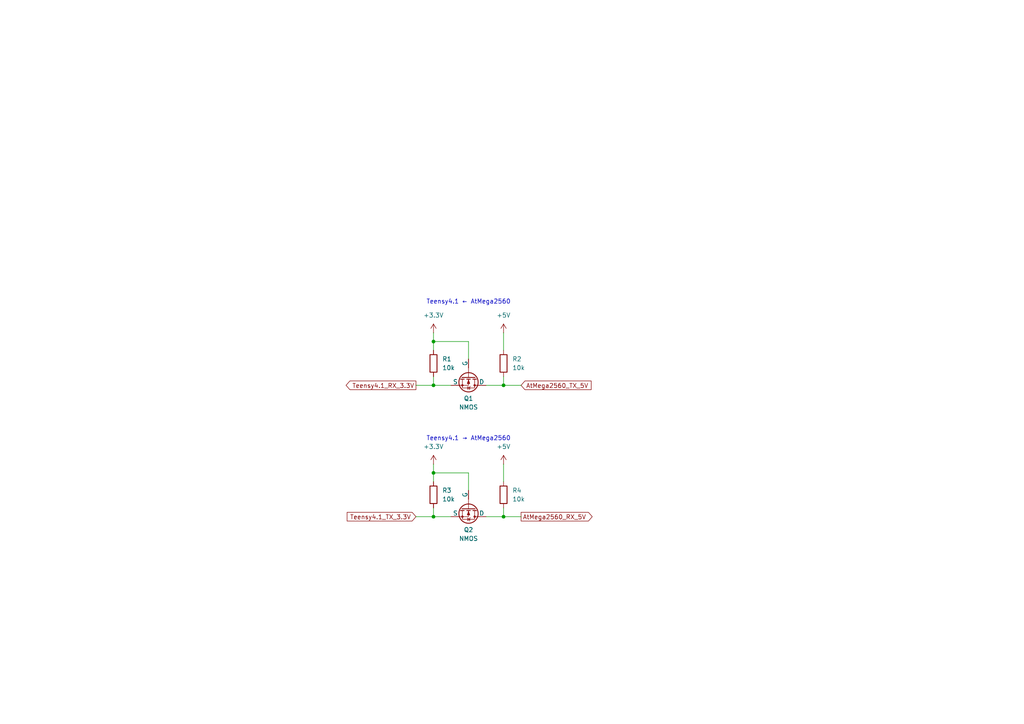
<source format=kicad_sch>
(kicad_sch
	(version 20231120)
	(generator "eeschema")
	(generator_version "8.0")
	(uuid "e38e9c85-c038-4b80-a0cc-482551857cd3")
	(paper "A4")
	(lib_symbols
		(symbol "Device:R"
			(pin_numbers hide)
			(pin_names
				(offset 0)
			)
			(exclude_from_sim no)
			(in_bom yes)
			(on_board yes)
			(property "Reference" "R"
				(at 2.032 0 90)
				(effects
					(font
						(size 1.27 1.27)
					)
				)
			)
			(property "Value" "R"
				(at 0 0 90)
				(effects
					(font
						(size 1.27 1.27)
					)
				)
			)
			(property "Footprint" ""
				(at -1.778 0 90)
				(effects
					(font
						(size 1.27 1.27)
					)
					(hide yes)
				)
			)
			(property "Datasheet" "~"
				(at 0 0 0)
				(effects
					(font
						(size 1.27 1.27)
					)
					(hide yes)
				)
			)
			(property "Description" "Resistor"
				(at 0 0 0)
				(effects
					(font
						(size 1.27 1.27)
					)
					(hide yes)
				)
			)
			(property "ki_keywords" "R res resistor"
				(at 0 0 0)
				(effects
					(font
						(size 1.27 1.27)
					)
					(hide yes)
				)
			)
			(property "ki_fp_filters" "R_*"
				(at 0 0 0)
				(effects
					(font
						(size 1.27 1.27)
					)
					(hide yes)
				)
			)
			(symbol "R_0_1"
				(rectangle
					(start -1.016 -2.54)
					(end 1.016 2.54)
					(stroke
						(width 0.254)
						(type default)
					)
					(fill
						(type none)
					)
				)
			)
			(symbol "R_1_1"
				(pin passive line
					(at 0 3.81 270)
					(length 1.27)
					(name "~"
						(effects
							(font
								(size 1.27 1.27)
							)
						)
					)
					(number "1"
						(effects
							(font
								(size 1.27 1.27)
							)
						)
					)
				)
				(pin passive line
					(at 0 -3.81 90)
					(length 1.27)
					(name "~"
						(effects
							(font
								(size 1.27 1.27)
							)
						)
					)
					(number "2"
						(effects
							(font
								(size 1.27 1.27)
							)
						)
					)
				)
			)
		)
		(symbol "Simulation_SPICE:NMOS"
			(pin_numbers hide)
			(pin_names
				(offset 0)
			)
			(exclude_from_sim no)
			(in_bom yes)
			(on_board yes)
			(property "Reference" "Q"
				(at 5.08 1.27 0)
				(effects
					(font
						(size 1.27 1.27)
					)
					(justify left)
				)
			)
			(property "Value" "NMOS"
				(at 5.08 -1.27 0)
				(effects
					(font
						(size 1.27 1.27)
					)
					(justify left)
				)
			)
			(property "Footprint" ""
				(at 5.08 2.54 0)
				(effects
					(font
						(size 1.27 1.27)
					)
					(hide yes)
				)
			)
			(property "Datasheet" "https://ngspice.sourceforge.io/docs/ngspice-html-manual/manual.xhtml#cha_MOSFETs"
				(at 0 -12.7 0)
				(effects
					(font
						(size 1.27 1.27)
					)
					(hide yes)
				)
			)
			(property "Description" "N-MOSFET transistor, drain/source/gate"
				(at 0 0 0)
				(effects
					(font
						(size 1.27 1.27)
					)
					(hide yes)
				)
			)
			(property "Sim.Device" "NMOS"
				(at 0 -17.145 0)
				(effects
					(font
						(size 1.27 1.27)
					)
					(hide yes)
				)
			)
			(property "Sim.Type" "VDMOS"
				(at 0 -19.05 0)
				(effects
					(font
						(size 1.27 1.27)
					)
					(hide yes)
				)
			)
			(property "Sim.Pins" "1=D 2=G 3=S"
				(at 0 -15.24 0)
				(effects
					(font
						(size 1.27 1.27)
					)
					(hide yes)
				)
			)
			(property "ki_keywords" "transistor NMOS N-MOS N-MOSFET simulation"
				(at 0 0 0)
				(effects
					(font
						(size 1.27 1.27)
					)
					(hide yes)
				)
			)
			(symbol "NMOS_0_1"
				(polyline
					(pts
						(xy 0.254 0) (xy -2.54 0)
					)
					(stroke
						(width 0)
						(type default)
					)
					(fill
						(type none)
					)
				)
				(polyline
					(pts
						(xy 0.254 1.905) (xy 0.254 -1.905)
					)
					(stroke
						(width 0.254)
						(type default)
					)
					(fill
						(type none)
					)
				)
				(polyline
					(pts
						(xy 0.762 -1.27) (xy 0.762 -2.286)
					)
					(stroke
						(width 0.254)
						(type default)
					)
					(fill
						(type none)
					)
				)
				(polyline
					(pts
						(xy 0.762 0.508) (xy 0.762 -0.508)
					)
					(stroke
						(width 0.254)
						(type default)
					)
					(fill
						(type none)
					)
				)
				(polyline
					(pts
						(xy 0.762 2.286) (xy 0.762 1.27)
					)
					(stroke
						(width 0.254)
						(type default)
					)
					(fill
						(type none)
					)
				)
				(polyline
					(pts
						(xy 2.54 2.54) (xy 2.54 1.778)
					)
					(stroke
						(width 0)
						(type default)
					)
					(fill
						(type none)
					)
				)
				(polyline
					(pts
						(xy 2.54 -2.54) (xy 2.54 0) (xy 0.762 0)
					)
					(stroke
						(width 0)
						(type default)
					)
					(fill
						(type none)
					)
				)
				(polyline
					(pts
						(xy 0.762 -1.778) (xy 3.302 -1.778) (xy 3.302 1.778) (xy 0.762 1.778)
					)
					(stroke
						(width 0)
						(type default)
					)
					(fill
						(type none)
					)
				)
				(polyline
					(pts
						(xy 1.016 0) (xy 2.032 0.381) (xy 2.032 -0.381) (xy 1.016 0)
					)
					(stroke
						(width 0)
						(type default)
					)
					(fill
						(type outline)
					)
				)
				(polyline
					(pts
						(xy 2.794 0.508) (xy 2.921 0.381) (xy 3.683 0.381) (xy 3.81 0.254)
					)
					(stroke
						(width 0)
						(type default)
					)
					(fill
						(type none)
					)
				)
				(polyline
					(pts
						(xy 3.302 0.381) (xy 2.921 -0.254) (xy 3.683 -0.254) (xy 3.302 0.381)
					)
					(stroke
						(width 0)
						(type default)
					)
					(fill
						(type none)
					)
				)
				(circle
					(center 1.651 0)
					(radius 2.794)
					(stroke
						(width 0.254)
						(type default)
					)
					(fill
						(type none)
					)
				)
				(circle
					(center 2.54 -1.778)
					(radius 0.254)
					(stroke
						(width 0)
						(type default)
					)
					(fill
						(type outline)
					)
				)
				(circle
					(center 2.54 1.778)
					(radius 0.254)
					(stroke
						(width 0)
						(type default)
					)
					(fill
						(type outline)
					)
				)
			)
			(symbol "NMOS_1_1"
				(pin passive line
					(at 2.54 5.08 270)
					(length 2.54)
					(name "D"
						(effects
							(font
								(size 1.27 1.27)
							)
						)
					)
					(number "1"
						(effects
							(font
								(size 1.27 1.27)
							)
						)
					)
				)
				(pin input line
					(at -5.08 0 0)
					(length 2.54)
					(name "G"
						(effects
							(font
								(size 1.27 1.27)
							)
						)
					)
					(number "2"
						(effects
							(font
								(size 1.27 1.27)
							)
						)
					)
				)
				(pin passive line
					(at 2.54 -5.08 90)
					(length 2.54)
					(name "S"
						(effects
							(font
								(size 1.27 1.27)
							)
						)
					)
					(number "3"
						(effects
							(font
								(size 1.27 1.27)
							)
						)
					)
				)
			)
		)
		(symbol "power:+3.3V"
			(power)
			(pin_numbers hide)
			(pin_names
				(offset 0) hide)
			(exclude_from_sim no)
			(in_bom yes)
			(on_board yes)
			(property "Reference" "#PWR"
				(at 0 -3.81 0)
				(effects
					(font
						(size 1.27 1.27)
					)
					(hide yes)
				)
			)
			(property "Value" "+3.3V"
				(at 0 3.556 0)
				(effects
					(font
						(size 1.27 1.27)
					)
				)
			)
			(property "Footprint" ""
				(at 0 0 0)
				(effects
					(font
						(size 1.27 1.27)
					)
					(hide yes)
				)
			)
			(property "Datasheet" ""
				(at 0 0 0)
				(effects
					(font
						(size 1.27 1.27)
					)
					(hide yes)
				)
			)
			(property "Description" "Power symbol creates a global label with name \"+3.3V\""
				(at 0 0 0)
				(effects
					(font
						(size 1.27 1.27)
					)
					(hide yes)
				)
			)
			(property "ki_keywords" "global power"
				(at 0 0 0)
				(effects
					(font
						(size 1.27 1.27)
					)
					(hide yes)
				)
			)
			(symbol "+3.3V_0_1"
				(polyline
					(pts
						(xy -0.762 1.27) (xy 0 2.54)
					)
					(stroke
						(width 0)
						(type default)
					)
					(fill
						(type none)
					)
				)
				(polyline
					(pts
						(xy 0 0) (xy 0 2.54)
					)
					(stroke
						(width 0)
						(type default)
					)
					(fill
						(type none)
					)
				)
				(polyline
					(pts
						(xy 0 2.54) (xy 0.762 1.27)
					)
					(stroke
						(width 0)
						(type default)
					)
					(fill
						(type none)
					)
				)
			)
			(symbol "+3.3V_1_1"
				(pin power_in line
					(at 0 0 90)
					(length 0)
					(name "~"
						(effects
							(font
								(size 1.27 1.27)
							)
						)
					)
					(number "1"
						(effects
							(font
								(size 1.27 1.27)
							)
						)
					)
				)
			)
		)
		(symbol "power:+5V"
			(power)
			(pin_numbers hide)
			(pin_names
				(offset 0) hide)
			(exclude_from_sim no)
			(in_bom yes)
			(on_board yes)
			(property "Reference" "#PWR"
				(at 0 -3.81 0)
				(effects
					(font
						(size 1.27 1.27)
					)
					(hide yes)
				)
			)
			(property "Value" "+5V"
				(at 0 3.556 0)
				(effects
					(font
						(size 1.27 1.27)
					)
				)
			)
			(property "Footprint" ""
				(at 0 0 0)
				(effects
					(font
						(size 1.27 1.27)
					)
					(hide yes)
				)
			)
			(property "Datasheet" ""
				(at 0 0 0)
				(effects
					(font
						(size 1.27 1.27)
					)
					(hide yes)
				)
			)
			(property "Description" "Power symbol creates a global label with name \"+5V\""
				(at 0 0 0)
				(effects
					(font
						(size 1.27 1.27)
					)
					(hide yes)
				)
			)
			(property "ki_keywords" "global power"
				(at 0 0 0)
				(effects
					(font
						(size 1.27 1.27)
					)
					(hide yes)
				)
			)
			(symbol "+5V_0_1"
				(polyline
					(pts
						(xy -0.762 1.27) (xy 0 2.54)
					)
					(stroke
						(width 0)
						(type default)
					)
					(fill
						(type none)
					)
				)
				(polyline
					(pts
						(xy 0 0) (xy 0 2.54)
					)
					(stroke
						(width 0)
						(type default)
					)
					(fill
						(type none)
					)
				)
				(polyline
					(pts
						(xy 0 2.54) (xy 0.762 1.27)
					)
					(stroke
						(width 0)
						(type default)
					)
					(fill
						(type none)
					)
				)
			)
			(symbol "+5V_1_1"
				(pin power_in line
					(at 0 0 90)
					(length 0)
					(name "~"
						(effects
							(font
								(size 1.27 1.27)
							)
						)
					)
					(number "1"
						(effects
							(font
								(size 1.27 1.27)
							)
						)
					)
				)
			)
		)
	)
	(junction
		(at 125.73 149.86)
		(diameter 0)
		(color 0 0 0 0)
		(uuid "41e39d0a-1450-47f4-81d6-f079d8c1a024")
	)
	(junction
		(at 125.73 137.16)
		(diameter 0)
		(color 0 0 0 0)
		(uuid "5110fff5-daa1-4f04-883f-be820afb0072")
	)
	(junction
		(at 125.73 111.76)
		(diameter 0)
		(color 0 0 0 0)
		(uuid "520a1ecc-20b3-45a0-bfb4-a3d11bdb7934")
	)
	(junction
		(at 146.05 111.76)
		(diameter 0)
		(color 0 0 0 0)
		(uuid "5bcd7022-d050-4e6a-a71f-68377ff1f288")
	)
	(junction
		(at 146.05 149.86)
		(diameter 0)
		(color 0 0 0 0)
		(uuid "a7a0c93c-2023-4cd0-a109-d1fb38a704fe")
	)
	(junction
		(at 125.73 99.06)
		(diameter 0)
		(color 0 0 0 0)
		(uuid "ddbb08da-8c77-4ae6-91a8-df35054b05b7")
	)
	(wire
		(pts
			(xy 125.73 96.52) (xy 125.73 99.06)
		)
		(stroke
			(width 0)
			(type default)
		)
		(uuid "039a507a-9310-4071-84f0-19034b343349")
	)
	(wire
		(pts
			(xy 125.73 111.76) (xy 130.81 111.76)
		)
		(stroke
			(width 0)
			(type default)
		)
		(uuid "14121330-423d-4eea-9573-182a0dd587fd")
	)
	(wire
		(pts
			(xy 125.73 137.16) (xy 125.73 134.62)
		)
		(stroke
			(width 0)
			(type default)
		)
		(uuid "19bef3a0-4101-48bb-acba-5ef98e38f2ba")
	)
	(wire
		(pts
			(xy 140.97 149.86) (xy 146.05 149.86)
		)
		(stroke
			(width 0)
			(type default)
		)
		(uuid "35db7464-e7b2-44cc-a167-9d214af27a85")
	)
	(wire
		(pts
			(xy 146.05 109.22) (xy 146.05 111.76)
		)
		(stroke
			(width 0)
			(type default)
		)
		(uuid "5166c82f-1b81-4e39-bf92-fa94be19c2d3")
	)
	(wire
		(pts
			(xy 125.73 109.22) (xy 125.73 111.76)
		)
		(stroke
			(width 0)
			(type default)
		)
		(uuid "578c8ed1-bc8d-434d-ab90-c631e3e3c34f")
	)
	(wire
		(pts
			(xy 125.73 147.32) (xy 125.73 149.86)
		)
		(stroke
			(width 0)
			(type default)
		)
		(uuid "5a93309c-43da-41a0-86b8-b56cd6b30871")
	)
	(wire
		(pts
			(xy 125.73 149.86) (xy 130.81 149.86)
		)
		(stroke
			(width 0)
			(type default)
		)
		(uuid "5fd13430-0191-4ea1-8a4d-88b86c205eae")
	)
	(wire
		(pts
			(xy 120.65 111.76) (xy 125.73 111.76)
		)
		(stroke
			(width 0)
			(type default)
		)
		(uuid "7bc09636-2863-45e8-9457-c17afda2a607")
	)
	(wire
		(pts
			(xy 120.65 149.86) (xy 125.73 149.86)
		)
		(stroke
			(width 0)
			(type default)
		)
		(uuid "7f9e0074-05e0-41ce-929c-51e1907f5a21")
	)
	(wire
		(pts
			(xy 125.73 137.16) (xy 125.73 139.7)
		)
		(stroke
			(width 0)
			(type default)
		)
		(uuid "80c4b3a1-95e4-40ad-8153-adb08ba32a04")
	)
	(wire
		(pts
			(xy 135.89 137.16) (xy 135.89 142.24)
		)
		(stroke
			(width 0)
			(type default)
		)
		(uuid "8aa6dbd3-c9c1-4f04-8fd7-82a04965f5bf")
	)
	(wire
		(pts
			(xy 146.05 111.76) (xy 140.97 111.76)
		)
		(stroke
			(width 0)
			(type default)
		)
		(uuid "8bd03379-eab6-49d9-9790-280708bfe0c5")
	)
	(wire
		(pts
			(xy 146.05 96.52) (xy 146.05 101.6)
		)
		(stroke
			(width 0)
			(type default)
		)
		(uuid "8d4f1311-8426-41f8-8234-471fc5a9b1b4")
	)
	(wire
		(pts
			(xy 146.05 149.86) (xy 151.13 149.86)
		)
		(stroke
			(width 0)
			(type default)
		)
		(uuid "94d4746a-24e6-456f-9cbd-84dc57059477")
	)
	(wire
		(pts
			(xy 135.89 99.06) (xy 135.89 104.14)
		)
		(stroke
			(width 0)
			(type default)
		)
		(uuid "b95db8d9-6ba8-4a38-a0e1-c0a2ff6cbf53")
	)
	(wire
		(pts
			(xy 125.73 101.6) (xy 125.73 99.06)
		)
		(stroke
			(width 0)
			(type default)
		)
		(uuid "c0da3448-961c-4d9c-bbff-97efa7471b26")
	)
	(wire
		(pts
			(xy 135.89 137.16) (xy 125.73 137.16)
		)
		(stroke
			(width 0)
			(type default)
		)
		(uuid "cd23f338-49d6-4c07-a8c6-351d83730e42")
	)
	(wire
		(pts
			(xy 146.05 147.32) (xy 146.05 149.86)
		)
		(stroke
			(width 0)
			(type default)
		)
		(uuid "cdb61e1f-37b4-4e9f-8bbd-6f6935db31f1")
	)
	(wire
		(pts
			(xy 125.73 99.06) (xy 135.89 99.06)
		)
		(stroke
			(width 0)
			(type default)
		)
		(uuid "ea582a46-0fa8-421e-9e19-51e3318e9e8f")
	)
	(wire
		(pts
			(xy 146.05 134.62) (xy 146.05 139.7)
		)
		(stroke
			(width 0)
			(type default)
		)
		(uuid "eaba9a37-732c-4577-ad1e-4a65f1df2f57")
	)
	(wire
		(pts
			(xy 146.05 111.76) (xy 151.13 111.76)
		)
		(stroke
			(width 0)
			(type default)
		)
		(uuid "f19e668a-30bc-4939-bd14-025f028040a0")
	)
	(text "Teensy4.1 ← AtMega2560\n"
		(exclude_from_sim no)
		(at 135.89 87.63 0)
		(effects
			(font
				(size 1.27 1.27)
			)
		)
		(uuid "a45e31a1-7052-4d72-aaf5-f49cf8518392")
	)
	(text "Teensy4.1 → AtMega2560\n"
		(exclude_from_sim no)
		(at 135.89 127.254 0)
		(effects
			(font
				(size 1.27 1.27)
			)
		)
		(uuid "a9286bc1-7bb5-4f9e-9371-3e126e0eaa6b")
	)
	(global_label "AtMega2560_TX_5V"
		(shape input)
		(at 151.13 111.76 0)
		(fields_autoplaced yes)
		(effects
			(font
				(size 1.27 1.27)
			)
			(justify left)
		)
		(uuid "11274521-e7bd-4746-a610-7af78fc539d8")
		(property "Intersheetrefs" "${INTERSHEET_REFS}"
			(at 172.0159 111.76 0)
			(effects
				(font
					(size 1.27 1.27)
				)
				(justify left)
				(hide yes)
			)
		)
	)
	(global_label "AtMega2560_RX_5V"
		(shape output)
		(at 151.13 149.86 0)
		(fields_autoplaced yes)
		(effects
			(font
				(size 1.27 1.27)
			)
			(justify left)
		)
		(uuid "aaba0841-cd5d-4fc1-915f-1d400a72e0db")
		(property "Intersheetrefs" "${INTERSHEET_REFS}"
			(at 172.3183 149.86 0)
			(effects
				(font
					(size 1.27 1.27)
				)
				(justify left)
				(hide yes)
			)
		)
	)
	(global_label "Teensy4.1_RX_3.3V"
		(shape output)
		(at 120.65 111.76 180)
		(fields_autoplaced yes)
		(effects
			(font
				(size 1.27 1.27)
			)
			(justify right)
		)
		(uuid "b46ad359-9e30-4512-b882-246e14067724")
		(property "Intersheetrefs" "${INTERSHEET_REFS}"
			(at 99.8244 111.76 0)
			(effects
				(font
					(size 1.27 1.27)
				)
				(justify right)
				(hide yes)
			)
		)
	)
	(global_label "Teensy4.1_TX_3.3V"
		(shape input)
		(at 120.65 149.86 180)
		(fields_autoplaced yes)
		(effects
			(font
				(size 1.27 1.27)
			)
			(justify right)
		)
		(uuid "bf1ac558-7e00-41e7-aa99-6abf03e1f25d")
		(property "Intersheetrefs" "${INTERSHEET_REFS}"
			(at 100.1268 149.86 0)
			(effects
				(font
					(size 1.27 1.27)
				)
				(justify right)
				(hide yes)
			)
		)
	)
	(symbol
		(lib_id "Device:R")
		(at 146.05 105.41 0)
		(unit 1)
		(exclude_from_sim no)
		(in_bom yes)
		(on_board yes)
		(dnp no)
		(fields_autoplaced yes)
		(uuid "32e1d576-ffc8-47bd-b26e-d0e127082387")
		(property "Reference" "R2"
			(at 148.59 104.1399 0)
			(effects
				(font
					(size 1.27 1.27)
				)
				(justify left)
			)
		)
		(property "Value" "10k"
			(at 148.59 106.6799 0)
			(effects
				(font
					(size 1.27 1.27)
				)
				(justify left)
			)
		)
		(property "Footprint" ""
			(at 144.272 105.41 90)
			(effects
				(font
					(size 1.27 1.27)
				)
				(hide yes)
			)
		)
		(property "Datasheet" "~"
			(at 146.05 105.41 0)
			(effects
				(font
					(size 1.27 1.27)
				)
				(hide yes)
			)
		)
		(property "Description" "Resistor"
			(at 146.05 105.41 0)
			(effects
				(font
					(size 1.27 1.27)
				)
				(hide yes)
			)
		)
		(pin "2"
			(uuid "7a65c4ee-f99b-41c6-9cd8-6a6f44554b8a")
		)
		(pin "1"
			(uuid "a76675f5-10b7-4444-812d-50f9eebfd0b2")
		)
		(instances
			(project "UART"
				(path "/e38e9c85-c038-4b80-a0cc-482551857cd3"
					(reference "R2")
					(unit 1)
				)
			)
		)
	)
	(symbol
		(lib_id "power:+3.3V")
		(at 125.73 96.52 0)
		(unit 1)
		(exclude_from_sim no)
		(in_bom yes)
		(on_board yes)
		(dnp no)
		(fields_autoplaced yes)
		(uuid "3466edae-c432-47e9-92f6-6e6baef6d1ef")
		(property "Reference" "#PWR01"
			(at 125.73 100.33 0)
			(effects
				(font
					(size 1.27 1.27)
				)
				(hide yes)
			)
		)
		(property "Value" "+3.3V"
			(at 125.73 91.44 0)
			(effects
				(font
					(size 1.27 1.27)
				)
			)
		)
		(property "Footprint" ""
			(at 125.73 96.52 0)
			(effects
				(font
					(size 1.27 1.27)
				)
				(hide yes)
			)
		)
		(property "Datasheet" ""
			(at 125.73 96.52 0)
			(effects
				(font
					(size 1.27 1.27)
				)
				(hide yes)
			)
		)
		(property "Description" "Power symbol creates a global label with name \"+3.3V\""
			(at 125.73 96.52 0)
			(effects
				(font
					(size 1.27 1.27)
				)
				(hide yes)
			)
		)
		(pin "1"
			(uuid "a394a4ff-e7a6-48ae-9c22-19971dbe5162")
		)
		(instances
			(project "UART"
				(path "/e38e9c85-c038-4b80-a0cc-482551857cd3"
					(reference "#PWR01")
					(unit 1)
				)
			)
		)
	)
	(symbol
		(lib_id "Simulation_SPICE:NMOS")
		(at 135.89 109.22 270)
		(unit 1)
		(exclude_from_sim no)
		(in_bom yes)
		(on_board yes)
		(dnp no)
		(uuid "350b3ac9-b6ec-4d73-b2f7-75eb3540b9aa")
		(property "Reference" "Q1"
			(at 135.89 115.57 90)
			(effects
				(font
					(size 1.27 1.27)
				)
			)
		)
		(property "Value" "NMOS"
			(at 135.89 118.11 90)
			(effects
				(font
					(size 1.27 1.27)
				)
			)
		)
		(property "Footprint" ""
			(at 138.43 114.3 0)
			(effects
				(font
					(size 1.27 1.27)
				)
				(hide yes)
			)
		)
		(property "Datasheet" "https://ngspice.sourceforge.io/docs/ngspice-html-manual/manual.xhtml#cha_MOSFETs"
			(at 123.19 109.22 0)
			(effects
				(font
					(size 1.27 1.27)
				)
				(hide yes)
			)
		)
		(property "Description" "N-MOSFET transistor, drain/source/gate"
			(at 135.89 109.22 0)
			(effects
				(font
					(size 1.27 1.27)
				)
				(hide yes)
			)
		)
		(property "Sim.Device" "NMOS"
			(at 118.745 109.22 0)
			(effects
				(font
					(size 1.27 1.27)
				)
				(hide yes)
			)
		)
		(property "Sim.Type" "VDMOS"
			(at 116.84 109.22 0)
			(effects
				(font
					(size 1.27 1.27)
				)
				(hide yes)
			)
		)
		(property "Sim.Pins" "1=D 2=G 3=S"
			(at 120.65 109.22 0)
			(effects
				(font
					(size 1.27 1.27)
				)
				(hide yes)
			)
		)
		(pin "2"
			(uuid "fd335569-0445-4475-a87c-dddfa64fc985")
		)
		(pin "3"
			(uuid "4dce74c0-965e-40a4-8833-99287380a9b4")
		)
		(pin "1"
			(uuid "486a2185-1108-414e-85ae-915edb66bc69")
		)
		(instances
			(project "UART"
				(path "/e38e9c85-c038-4b80-a0cc-482551857cd3"
					(reference "Q1")
					(unit 1)
				)
			)
		)
	)
	(symbol
		(lib_id "Device:R")
		(at 146.05 143.51 0)
		(unit 1)
		(exclude_from_sim no)
		(in_bom yes)
		(on_board yes)
		(dnp no)
		(fields_autoplaced yes)
		(uuid "5293a0e9-c217-49b5-8642-25cb6cf333b5")
		(property "Reference" "R4"
			(at 148.59 142.2399 0)
			(effects
				(font
					(size 1.27 1.27)
				)
				(justify left)
			)
		)
		(property "Value" "10k"
			(at 148.59 144.7799 0)
			(effects
				(font
					(size 1.27 1.27)
				)
				(justify left)
			)
		)
		(property "Footprint" ""
			(at 144.272 143.51 90)
			(effects
				(font
					(size 1.27 1.27)
				)
				(hide yes)
			)
		)
		(property "Datasheet" "~"
			(at 146.05 143.51 0)
			(effects
				(font
					(size 1.27 1.27)
				)
				(hide yes)
			)
		)
		(property "Description" "Resistor"
			(at 146.05 143.51 0)
			(effects
				(font
					(size 1.27 1.27)
				)
				(hide yes)
			)
		)
		(pin "2"
			(uuid "8d316b10-6970-4528-b3f7-54424cce9a90")
		)
		(pin "1"
			(uuid "88b7ec74-f7d7-499a-acb5-662819a2ee2a")
		)
		(instances
			(project "UART"
				(path "/e38e9c85-c038-4b80-a0cc-482551857cd3"
					(reference "R4")
					(unit 1)
				)
			)
		)
	)
	(symbol
		(lib_id "Device:R")
		(at 125.73 143.51 0)
		(unit 1)
		(exclude_from_sim no)
		(in_bom yes)
		(on_board yes)
		(dnp no)
		(fields_autoplaced yes)
		(uuid "56c5774e-53d9-4a2e-b57d-3afa624e56fd")
		(property "Reference" "R3"
			(at 128.27 142.2399 0)
			(effects
				(font
					(size 1.27 1.27)
				)
				(justify left)
			)
		)
		(property "Value" "10k"
			(at 128.27 144.7799 0)
			(effects
				(font
					(size 1.27 1.27)
				)
				(justify left)
			)
		)
		(property "Footprint" ""
			(at 123.952 143.51 90)
			(effects
				(font
					(size 1.27 1.27)
				)
				(hide yes)
			)
		)
		(property "Datasheet" "~"
			(at 125.73 143.51 0)
			(effects
				(font
					(size 1.27 1.27)
				)
				(hide yes)
			)
		)
		(property "Description" "Resistor"
			(at 125.73 143.51 0)
			(effects
				(font
					(size 1.27 1.27)
				)
				(hide yes)
			)
		)
		(pin "2"
			(uuid "1a400e8c-8774-4831-a43e-fdcca16e647a")
		)
		(pin "1"
			(uuid "4b8102df-b1c5-45d7-94d8-06347ff33773")
		)
		(instances
			(project "UART"
				(path "/e38e9c85-c038-4b80-a0cc-482551857cd3"
					(reference "R3")
					(unit 1)
				)
			)
		)
	)
	(symbol
		(lib_id "power:+3.3V")
		(at 125.73 134.62 0)
		(unit 1)
		(exclude_from_sim no)
		(in_bom yes)
		(on_board yes)
		(dnp no)
		(fields_autoplaced yes)
		(uuid "a27676f6-c09d-439e-bf9f-a2049e4bec6d")
		(property "Reference" "#PWR04"
			(at 125.73 138.43 0)
			(effects
				(font
					(size 1.27 1.27)
				)
				(hide yes)
			)
		)
		(property "Value" "+3.3V"
			(at 125.73 129.54 0)
			(effects
				(font
					(size 1.27 1.27)
				)
			)
		)
		(property "Footprint" ""
			(at 125.73 134.62 0)
			(effects
				(font
					(size 1.27 1.27)
				)
				(hide yes)
			)
		)
		(property "Datasheet" ""
			(at 125.73 134.62 0)
			(effects
				(font
					(size 1.27 1.27)
				)
				(hide yes)
			)
		)
		(property "Description" "Power symbol creates a global label with name \"+3.3V\""
			(at 125.73 134.62 0)
			(effects
				(font
					(size 1.27 1.27)
				)
				(hide yes)
			)
		)
		(pin "1"
			(uuid "cfaf082d-11a3-4464-adab-fb5b4e5ec211")
		)
		(instances
			(project "UART"
				(path "/e38e9c85-c038-4b80-a0cc-482551857cd3"
					(reference "#PWR04")
					(unit 1)
				)
			)
		)
	)
	(symbol
		(lib_id "Device:R")
		(at 125.73 105.41 0)
		(unit 1)
		(exclude_from_sim no)
		(in_bom yes)
		(on_board yes)
		(dnp no)
		(fields_autoplaced yes)
		(uuid "b4a4aab8-5e4e-4aa7-893f-65a0be0cb61e")
		(property "Reference" "R1"
			(at 128.27 104.1399 0)
			(effects
				(font
					(size 1.27 1.27)
				)
				(justify left)
			)
		)
		(property "Value" "10k"
			(at 128.27 106.6799 0)
			(effects
				(font
					(size 1.27 1.27)
				)
				(justify left)
			)
		)
		(property "Footprint" ""
			(at 123.952 105.41 90)
			(effects
				(font
					(size 1.27 1.27)
				)
				(hide yes)
			)
		)
		(property "Datasheet" "~"
			(at 125.73 105.41 0)
			(effects
				(font
					(size 1.27 1.27)
				)
				(hide yes)
			)
		)
		(property "Description" "Resistor"
			(at 125.73 105.41 0)
			(effects
				(font
					(size 1.27 1.27)
				)
				(hide yes)
			)
		)
		(pin "2"
			(uuid "04d0a406-9afd-438c-a432-6502eddd1270")
		)
		(pin "1"
			(uuid "a3ef03b2-cdd1-4196-b75a-fc58dfe07d74")
		)
		(instances
			(project "UART"
				(path "/e38e9c85-c038-4b80-a0cc-482551857cd3"
					(reference "R1")
					(unit 1)
				)
			)
		)
	)
	(symbol
		(lib_id "Simulation_SPICE:NMOS")
		(at 135.89 147.32 270)
		(unit 1)
		(exclude_from_sim no)
		(in_bom yes)
		(on_board yes)
		(dnp no)
		(fields_autoplaced yes)
		(uuid "c0fefbfd-b2f0-4e1b-964e-12ffb5848a4f")
		(property "Reference" "Q2"
			(at 135.89 153.67 90)
			(effects
				(font
					(size 1.27 1.27)
				)
			)
		)
		(property "Value" "NMOS"
			(at 135.89 156.21 90)
			(effects
				(font
					(size 1.27 1.27)
				)
			)
		)
		(property "Footprint" ""
			(at 138.43 152.4 0)
			(effects
				(font
					(size 1.27 1.27)
				)
				(hide yes)
			)
		)
		(property "Datasheet" "https://ngspice.sourceforge.io/docs/ngspice-html-manual/manual.xhtml#cha_MOSFETs"
			(at 123.19 147.32 0)
			(effects
				(font
					(size 1.27 1.27)
				)
				(hide yes)
			)
		)
		(property "Description" "N-MOSFET transistor, drain/source/gate"
			(at 135.89 147.32 0)
			(effects
				(font
					(size 1.27 1.27)
				)
				(hide yes)
			)
		)
		(property "Sim.Device" "NMOS"
			(at 118.745 147.32 0)
			(effects
				(font
					(size 1.27 1.27)
				)
				(hide yes)
			)
		)
		(property "Sim.Type" "VDMOS"
			(at 116.84 147.32 0)
			(effects
				(font
					(size 1.27 1.27)
				)
				(hide yes)
			)
		)
		(property "Sim.Pins" "1=D 2=G 3=S"
			(at 120.65 147.32 0)
			(effects
				(font
					(size 1.27 1.27)
				)
				(hide yes)
			)
		)
		(pin "2"
			(uuid "fc0d588c-f0e2-4a1a-aeb3-fa841bec33fa")
		)
		(pin "3"
			(uuid "d88eae22-a4e1-4ef7-99b9-bdf3338c2847")
		)
		(pin "1"
			(uuid "557d36df-dcec-4017-ab13-daf7a4ed6f2c")
		)
		(instances
			(project "UART"
				(path "/e38e9c85-c038-4b80-a0cc-482551857cd3"
					(reference "Q2")
					(unit 1)
				)
			)
		)
	)
	(symbol
		(lib_id "power:+5V")
		(at 146.05 96.52 0)
		(unit 1)
		(exclude_from_sim no)
		(in_bom yes)
		(on_board yes)
		(dnp no)
		(fields_autoplaced yes)
		(uuid "cd06615a-8565-4dea-8b00-e3ac0dd2939c")
		(property "Reference" "#PWR03"
			(at 146.05 100.33 0)
			(effects
				(font
					(size 1.27 1.27)
				)
				(hide yes)
			)
		)
		(property "Value" "+5V"
			(at 146.05 91.44 0)
			(effects
				(font
					(size 1.27 1.27)
				)
			)
		)
		(property "Footprint" ""
			(at 146.05 96.52 0)
			(effects
				(font
					(size 1.27 1.27)
				)
				(hide yes)
			)
		)
		(property "Datasheet" ""
			(at 146.05 96.52 0)
			(effects
				(font
					(size 1.27 1.27)
				)
				(hide yes)
			)
		)
		(property "Description" "Power symbol creates a global label with name \"+5V\""
			(at 146.05 96.52 0)
			(effects
				(font
					(size 1.27 1.27)
				)
				(hide yes)
			)
		)
		(pin "1"
			(uuid "168b300d-b233-4693-9c9e-1672ad25e9fa")
		)
		(instances
			(project "UART"
				(path "/e38e9c85-c038-4b80-a0cc-482551857cd3"
					(reference "#PWR03")
					(unit 1)
				)
			)
		)
	)
	(symbol
		(lib_id "power:+5V")
		(at 146.05 134.62 0)
		(unit 1)
		(exclude_from_sim no)
		(in_bom yes)
		(on_board yes)
		(dnp no)
		(fields_autoplaced yes)
		(uuid "f84ae44c-85f1-462b-b2e8-691fa2600dcf")
		(property "Reference" "#PWR05"
			(at 146.05 138.43 0)
			(effects
				(font
					(size 1.27 1.27)
				)
				(hide yes)
			)
		)
		(property "Value" "+5V"
			(at 146.05 129.54 0)
			(effects
				(font
					(size 1.27 1.27)
				)
			)
		)
		(property "Footprint" ""
			(at 146.05 134.62 0)
			(effects
				(font
					(size 1.27 1.27)
				)
				(hide yes)
			)
		)
		(property "Datasheet" ""
			(at 146.05 134.62 0)
			(effects
				(font
					(size 1.27 1.27)
				)
				(hide yes)
			)
		)
		(property "Description" "Power symbol creates a global label with name \"+5V\""
			(at 146.05 134.62 0)
			(effects
				(font
					(size 1.27 1.27)
				)
				(hide yes)
			)
		)
		(pin "1"
			(uuid "3f7dc214-dc65-46cd-a5c6-c48e2a0e0af4")
		)
		(instances
			(project "UART"
				(path "/e38e9c85-c038-4b80-a0cc-482551857cd3"
					(reference "#PWR05")
					(unit 1)
				)
			)
		)
	)
	(sheet_instances
		(path "/"
			(page "1")
		)
	)
)
</source>
